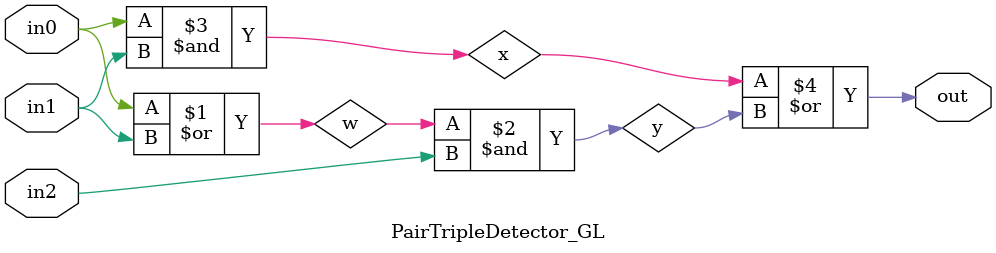
<source format=v>

`ifndef PAIR_TRIPLE_DETECTOR_GL_V
`define PAIR_TRIPLE_DETECTOR_GL_V

module PairTripleDetector_GL
(
  input  wire in0,
  input  wire in1,
  input  wire in2,
  output wire out
);

  //''' ACTIVITY '''''''''''''''''''''''''''''''''''''''''''''''''''''''''
  wire w;
  wire x;
  wire y;
  or( w, in0, in1 );
  and( y, w, in2 );
  and( x, in0, in1 );
  or ( out, x, y);
  //''''''''''''''''''''''''''''''''''''''''''''''''''''''''''''''''''''''

endmodule

`endif /* PAIR_TRIPLE_DETECTOR_GL_V */


</source>
